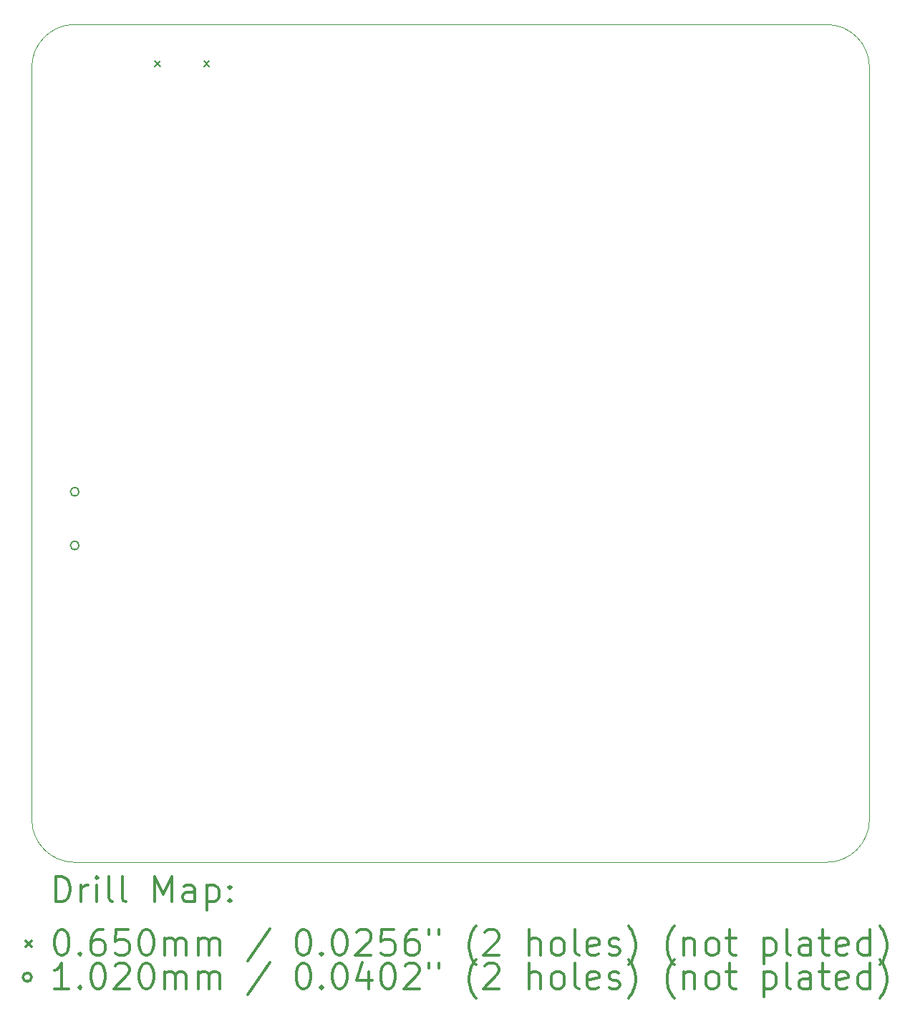
<source format=gbr>
%FSLAX45Y45*%
G04 Gerber Fmt 4.5, Leading zero omitted, Abs format (unit mm)*
G04 Created by KiCad (PCBNEW (5.1.10)-1) date 2021-10-03 21:42:48*
%MOMM*%
%LPD*%
G01*
G04 APERTURE LIST*
%TA.AperFunction,Profile*%
%ADD10C,0.050000*%
%TD*%
%ADD11C,0.200000*%
%ADD12C,0.300000*%
G04 APERTURE END LIST*
D10*
X11430000Y-10922000D02*
G75*
G02*
X10922000Y-11430000I-508000J0D01*
G01*
X2032000Y-11430000D02*
G75*
G02*
X1524000Y-10922000I0J508000D01*
G01*
X1524000Y-2032000D02*
G75*
G02*
X2032000Y-1524000I508000J0D01*
G01*
X10922000Y-1524000D02*
G75*
G02*
X11430000Y-2032000I0J-508000D01*
G01*
X11430000Y-10922000D02*
X11430000Y-2032000D01*
X2032000Y-1524000D02*
X10922000Y-1524000D01*
X1524000Y-2032000D02*
X1524000Y-10922000D01*
X2032000Y-11430000D02*
X10922000Y-11430000D01*
D11*
X2980500Y-1955000D02*
X3045500Y-2020000D01*
X3045500Y-1955000D02*
X2980500Y-2020000D01*
X3558500Y-1955000D02*
X3623500Y-2020000D01*
X3623500Y-1955000D02*
X3558500Y-2020000D01*
X2083000Y-7048500D02*
G75*
G03*
X2083000Y-7048500I-51000J0D01*
G01*
X2083000Y-7683500D02*
G75*
G03*
X2083000Y-7683500I-51000J0D01*
G01*
D12*
X1807928Y-11898214D02*
X1807928Y-11598214D01*
X1879357Y-11598214D01*
X1922214Y-11612500D01*
X1950786Y-11641071D01*
X1965071Y-11669643D01*
X1979357Y-11726786D01*
X1979357Y-11769643D01*
X1965071Y-11826786D01*
X1950786Y-11855357D01*
X1922214Y-11883929D01*
X1879357Y-11898214D01*
X1807928Y-11898214D01*
X2107928Y-11898214D02*
X2107928Y-11698214D01*
X2107928Y-11755357D02*
X2122214Y-11726786D01*
X2136500Y-11712500D01*
X2165071Y-11698214D01*
X2193643Y-11698214D01*
X2293643Y-11898214D02*
X2293643Y-11698214D01*
X2293643Y-11598214D02*
X2279357Y-11612500D01*
X2293643Y-11626786D01*
X2307928Y-11612500D01*
X2293643Y-11598214D01*
X2293643Y-11626786D01*
X2479357Y-11898214D02*
X2450786Y-11883929D01*
X2436500Y-11855357D01*
X2436500Y-11598214D01*
X2636500Y-11898214D02*
X2607928Y-11883929D01*
X2593643Y-11855357D01*
X2593643Y-11598214D01*
X2979357Y-11898214D02*
X2979357Y-11598214D01*
X3079357Y-11812500D01*
X3179357Y-11598214D01*
X3179357Y-11898214D01*
X3450786Y-11898214D02*
X3450786Y-11741071D01*
X3436500Y-11712500D01*
X3407928Y-11698214D01*
X3350786Y-11698214D01*
X3322214Y-11712500D01*
X3450786Y-11883929D02*
X3422214Y-11898214D01*
X3350786Y-11898214D01*
X3322214Y-11883929D01*
X3307928Y-11855357D01*
X3307928Y-11826786D01*
X3322214Y-11798214D01*
X3350786Y-11783929D01*
X3422214Y-11783929D01*
X3450786Y-11769643D01*
X3593643Y-11698214D02*
X3593643Y-11998214D01*
X3593643Y-11712500D02*
X3622214Y-11698214D01*
X3679357Y-11698214D01*
X3707928Y-11712500D01*
X3722214Y-11726786D01*
X3736500Y-11755357D01*
X3736500Y-11841071D01*
X3722214Y-11869643D01*
X3707928Y-11883929D01*
X3679357Y-11898214D01*
X3622214Y-11898214D01*
X3593643Y-11883929D01*
X3865071Y-11869643D02*
X3879357Y-11883929D01*
X3865071Y-11898214D01*
X3850786Y-11883929D01*
X3865071Y-11869643D01*
X3865071Y-11898214D01*
X3865071Y-11712500D02*
X3879357Y-11726786D01*
X3865071Y-11741071D01*
X3850786Y-11726786D01*
X3865071Y-11712500D01*
X3865071Y-11741071D01*
X1456500Y-12360000D02*
X1521500Y-12425000D01*
X1521500Y-12360000D02*
X1456500Y-12425000D01*
X1865071Y-12228214D02*
X1893643Y-12228214D01*
X1922214Y-12242500D01*
X1936500Y-12256786D01*
X1950786Y-12285357D01*
X1965071Y-12342500D01*
X1965071Y-12413929D01*
X1950786Y-12471071D01*
X1936500Y-12499643D01*
X1922214Y-12513929D01*
X1893643Y-12528214D01*
X1865071Y-12528214D01*
X1836500Y-12513929D01*
X1822214Y-12499643D01*
X1807928Y-12471071D01*
X1793643Y-12413929D01*
X1793643Y-12342500D01*
X1807928Y-12285357D01*
X1822214Y-12256786D01*
X1836500Y-12242500D01*
X1865071Y-12228214D01*
X2093643Y-12499643D02*
X2107928Y-12513929D01*
X2093643Y-12528214D01*
X2079357Y-12513929D01*
X2093643Y-12499643D01*
X2093643Y-12528214D01*
X2365071Y-12228214D02*
X2307928Y-12228214D01*
X2279357Y-12242500D01*
X2265071Y-12256786D01*
X2236500Y-12299643D01*
X2222214Y-12356786D01*
X2222214Y-12471071D01*
X2236500Y-12499643D01*
X2250786Y-12513929D01*
X2279357Y-12528214D01*
X2336500Y-12528214D01*
X2365071Y-12513929D01*
X2379357Y-12499643D01*
X2393643Y-12471071D01*
X2393643Y-12399643D01*
X2379357Y-12371071D01*
X2365071Y-12356786D01*
X2336500Y-12342500D01*
X2279357Y-12342500D01*
X2250786Y-12356786D01*
X2236500Y-12371071D01*
X2222214Y-12399643D01*
X2665071Y-12228214D02*
X2522214Y-12228214D01*
X2507928Y-12371071D01*
X2522214Y-12356786D01*
X2550786Y-12342500D01*
X2622214Y-12342500D01*
X2650786Y-12356786D01*
X2665071Y-12371071D01*
X2679357Y-12399643D01*
X2679357Y-12471071D01*
X2665071Y-12499643D01*
X2650786Y-12513929D01*
X2622214Y-12528214D01*
X2550786Y-12528214D01*
X2522214Y-12513929D01*
X2507928Y-12499643D01*
X2865071Y-12228214D02*
X2893643Y-12228214D01*
X2922214Y-12242500D01*
X2936500Y-12256786D01*
X2950786Y-12285357D01*
X2965071Y-12342500D01*
X2965071Y-12413929D01*
X2950786Y-12471071D01*
X2936500Y-12499643D01*
X2922214Y-12513929D01*
X2893643Y-12528214D01*
X2865071Y-12528214D01*
X2836500Y-12513929D01*
X2822214Y-12499643D01*
X2807928Y-12471071D01*
X2793643Y-12413929D01*
X2793643Y-12342500D01*
X2807928Y-12285357D01*
X2822214Y-12256786D01*
X2836500Y-12242500D01*
X2865071Y-12228214D01*
X3093643Y-12528214D02*
X3093643Y-12328214D01*
X3093643Y-12356786D02*
X3107928Y-12342500D01*
X3136500Y-12328214D01*
X3179357Y-12328214D01*
X3207928Y-12342500D01*
X3222214Y-12371071D01*
X3222214Y-12528214D01*
X3222214Y-12371071D02*
X3236500Y-12342500D01*
X3265071Y-12328214D01*
X3307928Y-12328214D01*
X3336500Y-12342500D01*
X3350786Y-12371071D01*
X3350786Y-12528214D01*
X3493643Y-12528214D02*
X3493643Y-12328214D01*
X3493643Y-12356786D02*
X3507928Y-12342500D01*
X3536500Y-12328214D01*
X3579357Y-12328214D01*
X3607928Y-12342500D01*
X3622214Y-12371071D01*
X3622214Y-12528214D01*
X3622214Y-12371071D02*
X3636500Y-12342500D01*
X3665071Y-12328214D01*
X3707928Y-12328214D01*
X3736500Y-12342500D01*
X3750786Y-12371071D01*
X3750786Y-12528214D01*
X4336500Y-12213929D02*
X4079357Y-12599643D01*
X4722214Y-12228214D02*
X4750786Y-12228214D01*
X4779357Y-12242500D01*
X4793643Y-12256786D01*
X4807928Y-12285357D01*
X4822214Y-12342500D01*
X4822214Y-12413929D01*
X4807928Y-12471071D01*
X4793643Y-12499643D01*
X4779357Y-12513929D01*
X4750786Y-12528214D01*
X4722214Y-12528214D01*
X4693643Y-12513929D01*
X4679357Y-12499643D01*
X4665071Y-12471071D01*
X4650786Y-12413929D01*
X4650786Y-12342500D01*
X4665071Y-12285357D01*
X4679357Y-12256786D01*
X4693643Y-12242500D01*
X4722214Y-12228214D01*
X4950786Y-12499643D02*
X4965071Y-12513929D01*
X4950786Y-12528214D01*
X4936500Y-12513929D01*
X4950786Y-12499643D01*
X4950786Y-12528214D01*
X5150786Y-12228214D02*
X5179357Y-12228214D01*
X5207928Y-12242500D01*
X5222214Y-12256786D01*
X5236500Y-12285357D01*
X5250786Y-12342500D01*
X5250786Y-12413929D01*
X5236500Y-12471071D01*
X5222214Y-12499643D01*
X5207928Y-12513929D01*
X5179357Y-12528214D01*
X5150786Y-12528214D01*
X5122214Y-12513929D01*
X5107928Y-12499643D01*
X5093643Y-12471071D01*
X5079357Y-12413929D01*
X5079357Y-12342500D01*
X5093643Y-12285357D01*
X5107928Y-12256786D01*
X5122214Y-12242500D01*
X5150786Y-12228214D01*
X5365071Y-12256786D02*
X5379357Y-12242500D01*
X5407928Y-12228214D01*
X5479357Y-12228214D01*
X5507928Y-12242500D01*
X5522214Y-12256786D01*
X5536500Y-12285357D01*
X5536500Y-12313929D01*
X5522214Y-12356786D01*
X5350786Y-12528214D01*
X5536500Y-12528214D01*
X5807928Y-12228214D02*
X5665071Y-12228214D01*
X5650786Y-12371071D01*
X5665071Y-12356786D01*
X5693643Y-12342500D01*
X5765071Y-12342500D01*
X5793643Y-12356786D01*
X5807928Y-12371071D01*
X5822214Y-12399643D01*
X5822214Y-12471071D01*
X5807928Y-12499643D01*
X5793643Y-12513929D01*
X5765071Y-12528214D01*
X5693643Y-12528214D01*
X5665071Y-12513929D01*
X5650786Y-12499643D01*
X6079357Y-12228214D02*
X6022214Y-12228214D01*
X5993643Y-12242500D01*
X5979357Y-12256786D01*
X5950786Y-12299643D01*
X5936500Y-12356786D01*
X5936500Y-12471071D01*
X5950786Y-12499643D01*
X5965071Y-12513929D01*
X5993643Y-12528214D01*
X6050786Y-12528214D01*
X6079357Y-12513929D01*
X6093643Y-12499643D01*
X6107928Y-12471071D01*
X6107928Y-12399643D01*
X6093643Y-12371071D01*
X6079357Y-12356786D01*
X6050786Y-12342500D01*
X5993643Y-12342500D01*
X5965071Y-12356786D01*
X5950786Y-12371071D01*
X5936500Y-12399643D01*
X6222214Y-12228214D02*
X6222214Y-12285357D01*
X6336500Y-12228214D02*
X6336500Y-12285357D01*
X6779357Y-12642500D02*
X6765071Y-12628214D01*
X6736500Y-12585357D01*
X6722214Y-12556786D01*
X6707928Y-12513929D01*
X6693643Y-12442500D01*
X6693643Y-12385357D01*
X6707928Y-12313929D01*
X6722214Y-12271071D01*
X6736500Y-12242500D01*
X6765071Y-12199643D01*
X6779357Y-12185357D01*
X6879357Y-12256786D02*
X6893643Y-12242500D01*
X6922214Y-12228214D01*
X6993643Y-12228214D01*
X7022214Y-12242500D01*
X7036500Y-12256786D01*
X7050786Y-12285357D01*
X7050786Y-12313929D01*
X7036500Y-12356786D01*
X6865071Y-12528214D01*
X7050786Y-12528214D01*
X7407928Y-12528214D02*
X7407928Y-12228214D01*
X7536500Y-12528214D02*
X7536500Y-12371071D01*
X7522214Y-12342500D01*
X7493643Y-12328214D01*
X7450786Y-12328214D01*
X7422214Y-12342500D01*
X7407928Y-12356786D01*
X7722214Y-12528214D02*
X7693643Y-12513929D01*
X7679357Y-12499643D01*
X7665071Y-12471071D01*
X7665071Y-12385357D01*
X7679357Y-12356786D01*
X7693643Y-12342500D01*
X7722214Y-12328214D01*
X7765071Y-12328214D01*
X7793643Y-12342500D01*
X7807928Y-12356786D01*
X7822214Y-12385357D01*
X7822214Y-12471071D01*
X7807928Y-12499643D01*
X7793643Y-12513929D01*
X7765071Y-12528214D01*
X7722214Y-12528214D01*
X7993643Y-12528214D02*
X7965071Y-12513929D01*
X7950786Y-12485357D01*
X7950786Y-12228214D01*
X8222214Y-12513929D02*
X8193643Y-12528214D01*
X8136500Y-12528214D01*
X8107928Y-12513929D01*
X8093643Y-12485357D01*
X8093643Y-12371071D01*
X8107928Y-12342500D01*
X8136500Y-12328214D01*
X8193643Y-12328214D01*
X8222214Y-12342500D01*
X8236500Y-12371071D01*
X8236500Y-12399643D01*
X8093643Y-12428214D01*
X8350786Y-12513929D02*
X8379357Y-12528214D01*
X8436500Y-12528214D01*
X8465071Y-12513929D01*
X8479357Y-12485357D01*
X8479357Y-12471071D01*
X8465071Y-12442500D01*
X8436500Y-12428214D01*
X8393643Y-12428214D01*
X8365071Y-12413929D01*
X8350786Y-12385357D01*
X8350786Y-12371071D01*
X8365071Y-12342500D01*
X8393643Y-12328214D01*
X8436500Y-12328214D01*
X8465071Y-12342500D01*
X8579357Y-12642500D02*
X8593643Y-12628214D01*
X8622214Y-12585357D01*
X8636500Y-12556786D01*
X8650786Y-12513929D01*
X8665071Y-12442500D01*
X8665071Y-12385357D01*
X8650786Y-12313929D01*
X8636500Y-12271071D01*
X8622214Y-12242500D01*
X8593643Y-12199643D01*
X8579357Y-12185357D01*
X9122214Y-12642500D02*
X9107928Y-12628214D01*
X9079357Y-12585357D01*
X9065071Y-12556786D01*
X9050786Y-12513929D01*
X9036500Y-12442500D01*
X9036500Y-12385357D01*
X9050786Y-12313929D01*
X9065071Y-12271071D01*
X9079357Y-12242500D01*
X9107928Y-12199643D01*
X9122214Y-12185357D01*
X9236500Y-12328214D02*
X9236500Y-12528214D01*
X9236500Y-12356786D02*
X9250786Y-12342500D01*
X9279357Y-12328214D01*
X9322214Y-12328214D01*
X9350786Y-12342500D01*
X9365071Y-12371071D01*
X9365071Y-12528214D01*
X9550786Y-12528214D02*
X9522214Y-12513929D01*
X9507928Y-12499643D01*
X9493643Y-12471071D01*
X9493643Y-12385357D01*
X9507928Y-12356786D01*
X9522214Y-12342500D01*
X9550786Y-12328214D01*
X9593643Y-12328214D01*
X9622214Y-12342500D01*
X9636500Y-12356786D01*
X9650786Y-12385357D01*
X9650786Y-12471071D01*
X9636500Y-12499643D01*
X9622214Y-12513929D01*
X9593643Y-12528214D01*
X9550786Y-12528214D01*
X9736500Y-12328214D02*
X9850786Y-12328214D01*
X9779357Y-12228214D02*
X9779357Y-12485357D01*
X9793643Y-12513929D01*
X9822214Y-12528214D01*
X9850786Y-12528214D01*
X10179357Y-12328214D02*
X10179357Y-12628214D01*
X10179357Y-12342500D02*
X10207928Y-12328214D01*
X10265071Y-12328214D01*
X10293643Y-12342500D01*
X10307928Y-12356786D01*
X10322214Y-12385357D01*
X10322214Y-12471071D01*
X10307928Y-12499643D01*
X10293643Y-12513929D01*
X10265071Y-12528214D01*
X10207928Y-12528214D01*
X10179357Y-12513929D01*
X10493643Y-12528214D02*
X10465071Y-12513929D01*
X10450786Y-12485357D01*
X10450786Y-12228214D01*
X10736500Y-12528214D02*
X10736500Y-12371071D01*
X10722214Y-12342500D01*
X10693643Y-12328214D01*
X10636500Y-12328214D01*
X10607928Y-12342500D01*
X10736500Y-12513929D02*
X10707928Y-12528214D01*
X10636500Y-12528214D01*
X10607928Y-12513929D01*
X10593643Y-12485357D01*
X10593643Y-12456786D01*
X10607928Y-12428214D01*
X10636500Y-12413929D01*
X10707928Y-12413929D01*
X10736500Y-12399643D01*
X10836500Y-12328214D02*
X10950786Y-12328214D01*
X10879357Y-12228214D02*
X10879357Y-12485357D01*
X10893643Y-12513929D01*
X10922214Y-12528214D01*
X10950786Y-12528214D01*
X11165071Y-12513929D02*
X11136500Y-12528214D01*
X11079357Y-12528214D01*
X11050786Y-12513929D01*
X11036500Y-12485357D01*
X11036500Y-12371071D01*
X11050786Y-12342500D01*
X11079357Y-12328214D01*
X11136500Y-12328214D01*
X11165071Y-12342500D01*
X11179357Y-12371071D01*
X11179357Y-12399643D01*
X11036500Y-12428214D01*
X11436500Y-12528214D02*
X11436500Y-12228214D01*
X11436500Y-12513929D02*
X11407928Y-12528214D01*
X11350786Y-12528214D01*
X11322214Y-12513929D01*
X11307928Y-12499643D01*
X11293643Y-12471071D01*
X11293643Y-12385357D01*
X11307928Y-12356786D01*
X11322214Y-12342500D01*
X11350786Y-12328214D01*
X11407928Y-12328214D01*
X11436500Y-12342500D01*
X11550786Y-12642500D02*
X11565071Y-12628214D01*
X11593643Y-12585357D01*
X11607928Y-12556786D01*
X11622214Y-12513929D01*
X11636500Y-12442500D01*
X11636500Y-12385357D01*
X11622214Y-12313929D01*
X11607928Y-12271071D01*
X11593643Y-12242500D01*
X11565071Y-12199643D01*
X11550786Y-12185357D01*
X1521500Y-12788500D02*
G75*
G03*
X1521500Y-12788500I-51000J0D01*
G01*
X1965071Y-12924214D02*
X1793643Y-12924214D01*
X1879357Y-12924214D02*
X1879357Y-12624214D01*
X1850786Y-12667071D01*
X1822214Y-12695643D01*
X1793643Y-12709929D01*
X2093643Y-12895643D02*
X2107928Y-12909929D01*
X2093643Y-12924214D01*
X2079357Y-12909929D01*
X2093643Y-12895643D01*
X2093643Y-12924214D01*
X2293643Y-12624214D02*
X2322214Y-12624214D01*
X2350786Y-12638500D01*
X2365071Y-12652786D01*
X2379357Y-12681357D01*
X2393643Y-12738500D01*
X2393643Y-12809929D01*
X2379357Y-12867071D01*
X2365071Y-12895643D01*
X2350786Y-12909929D01*
X2322214Y-12924214D01*
X2293643Y-12924214D01*
X2265071Y-12909929D01*
X2250786Y-12895643D01*
X2236500Y-12867071D01*
X2222214Y-12809929D01*
X2222214Y-12738500D01*
X2236500Y-12681357D01*
X2250786Y-12652786D01*
X2265071Y-12638500D01*
X2293643Y-12624214D01*
X2507928Y-12652786D02*
X2522214Y-12638500D01*
X2550786Y-12624214D01*
X2622214Y-12624214D01*
X2650786Y-12638500D01*
X2665071Y-12652786D01*
X2679357Y-12681357D01*
X2679357Y-12709929D01*
X2665071Y-12752786D01*
X2493643Y-12924214D01*
X2679357Y-12924214D01*
X2865071Y-12624214D02*
X2893643Y-12624214D01*
X2922214Y-12638500D01*
X2936500Y-12652786D01*
X2950786Y-12681357D01*
X2965071Y-12738500D01*
X2965071Y-12809929D01*
X2950786Y-12867071D01*
X2936500Y-12895643D01*
X2922214Y-12909929D01*
X2893643Y-12924214D01*
X2865071Y-12924214D01*
X2836500Y-12909929D01*
X2822214Y-12895643D01*
X2807928Y-12867071D01*
X2793643Y-12809929D01*
X2793643Y-12738500D01*
X2807928Y-12681357D01*
X2822214Y-12652786D01*
X2836500Y-12638500D01*
X2865071Y-12624214D01*
X3093643Y-12924214D02*
X3093643Y-12724214D01*
X3093643Y-12752786D02*
X3107928Y-12738500D01*
X3136500Y-12724214D01*
X3179357Y-12724214D01*
X3207928Y-12738500D01*
X3222214Y-12767071D01*
X3222214Y-12924214D01*
X3222214Y-12767071D02*
X3236500Y-12738500D01*
X3265071Y-12724214D01*
X3307928Y-12724214D01*
X3336500Y-12738500D01*
X3350786Y-12767071D01*
X3350786Y-12924214D01*
X3493643Y-12924214D02*
X3493643Y-12724214D01*
X3493643Y-12752786D02*
X3507928Y-12738500D01*
X3536500Y-12724214D01*
X3579357Y-12724214D01*
X3607928Y-12738500D01*
X3622214Y-12767071D01*
X3622214Y-12924214D01*
X3622214Y-12767071D02*
X3636500Y-12738500D01*
X3665071Y-12724214D01*
X3707928Y-12724214D01*
X3736500Y-12738500D01*
X3750786Y-12767071D01*
X3750786Y-12924214D01*
X4336500Y-12609929D02*
X4079357Y-12995643D01*
X4722214Y-12624214D02*
X4750786Y-12624214D01*
X4779357Y-12638500D01*
X4793643Y-12652786D01*
X4807928Y-12681357D01*
X4822214Y-12738500D01*
X4822214Y-12809929D01*
X4807928Y-12867071D01*
X4793643Y-12895643D01*
X4779357Y-12909929D01*
X4750786Y-12924214D01*
X4722214Y-12924214D01*
X4693643Y-12909929D01*
X4679357Y-12895643D01*
X4665071Y-12867071D01*
X4650786Y-12809929D01*
X4650786Y-12738500D01*
X4665071Y-12681357D01*
X4679357Y-12652786D01*
X4693643Y-12638500D01*
X4722214Y-12624214D01*
X4950786Y-12895643D02*
X4965071Y-12909929D01*
X4950786Y-12924214D01*
X4936500Y-12909929D01*
X4950786Y-12895643D01*
X4950786Y-12924214D01*
X5150786Y-12624214D02*
X5179357Y-12624214D01*
X5207928Y-12638500D01*
X5222214Y-12652786D01*
X5236500Y-12681357D01*
X5250786Y-12738500D01*
X5250786Y-12809929D01*
X5236500Y-12867071D01*
X5222214Y-12895643D01*
X5207928Y-12909929D01*
X5179357Y-12924214D01*
X5150786Y-12924214D01*
X5122214Y-12909929D01*
X5107928Y-12895643D01*
X5093643Y-12867071D01*
X5079357Y-12809929D01*
X5079357Y-12738500D01*
X5093643Y-12681357D01*
X5107928Y-12652786D01*
X5122214Y-12638500D01*
X5150786Y-12624214D01*
X5507928Y-12724214D02*
X5507928Y-12924214D01*
X5436500Y-12609929D02*
X5365071Y-12824214D01*
X5550786Y-12824214D01*
X5722214Y-12624214D02*
X5750786Y-12624214D01*
X5779357Y-12638500D01*
X5793643Y-12652786D01*
X5807928Y-12681357D01*
X5822214Y-12738500D01*
X5822214Y-12809929D01*
X5807928Y-12867071D01*
X5793643Y-12895643D01*
X5779357Y-12909929D01*
X5750786Y-12924214D01*
X5722214Y-12924214D01*
X5693643Y-12909929D01*
X5679357Y-12895643D01*
X5665071Y-12867071D01*
X5650786Y-12809929D01*
X5650786Y-12738500D01*
X5665071Y-12681357D01*
X5679357Y-12652786D01*
X5693643Y-12638500D01*
X5722214Y-12624214D01*
X5936500Y-12652786D02*
X5950786Y-12638500D01*
X5979357Y-12624214D01*
X6050786Y-12624214D01*
X6079357Y-12638500D01*
X6093643Y-12652786D01*
X6107928Y-12681357D01*
X6107928Y-12709929D01*
X6093643Y-12752786D01*
X5922214Y-12924214D01*
X6107928Y-12924214D01*
X6222214Y-12624214D02*
X6222214Y-12681357D01*
X6336500Y-12624214D02*
X6336500Y-12681357D01*
X6779357Y-13038500D02*
X6765071Y-13024214D01*
X6736500Y-12981357D01*
X6722214Y-12952786D01*
X6707928Y-12909929D01*
X6693643Y-12838500D01*
X6693643Y-12781357D01*
X6707928Y-12709929D01*
X6722214Y-12667071D01*
X6736500Y-12638500D01*
X6765071Y-12595643D01*
X6779357Y-12581357D01*
X6879357Y-12652786D02*
X6893643Y-12638500D01*
X6922214Y-12624214D01*
X6993643Y-12624214D01*
X7022214Y-12638500D01*
X7036500Y-12652786D01*
X7050786Y-12681357D01*
X7050786Y-12709929D01*
X7036500Y-12752786D01*
X6865071Y-12924214D01*
X7050786Y-12924214D01*
X7407928Y-12924214D02*
X7407928Y-12624214D01*
X7536500Y-12924214D02*
X7536500Y-12767071D01*
X7522214Y-12738500D01*
X7493643Y-12724214D01*
X7450786Y-12724214D01*
X7422214Y-12738500D01*
X7407928Y-12752786D01*
X7722214Y-12924214D02*
X7693643Y-12909929D01*
X7679357Y-12895643D01*
X7665071Y-12867071D01*
X7665071Y-12781357D01*
X7679357Y-12752786D01*
X7693643Y-12738500D01*
X7722214Y-12724214D01*
X7765071Y-12724214D01*
X7793643Y-12738500D01*
X7807928Y-12752786D01*
X7822214Y-12781357D01*
X7822214Y-12867071D01*
X7807928Y-12895643D01*
X7793643Y-12909929D01*
X7765071Y-12924214D01*
X7722214Y-12924214D01*
X7993643Y-12924214D02*
X7965071Y-12909929D01*
X7950786Y-12881357D01*
X7950786Y-12624214D01*
X8222214Y-12909929D02*
X8193643Y-12924214D01*
X8136500Y-12924214D01*
X8107928Y-12909929D01*
X8093643Y-12881357D01*
X8093643Y-12767071D01*
X8107928Y-12738500D01*
X8136500Y-12724214D01*
X8193643Y-12724214D01*
X8222214Y-12738500D01*
X8236500Y-12767071D01*
X8236500Y-12795643D01*
X8093643Y-12824214D01*
X8350786Y-12909929D02*
X8379357Y-12924214D01*
X8436500Y-12924214D01*
X8465071Y-12909929D01*
X8479357Y-12881357D01*
X8479357Y-12867071D01*
X8465071Y-12838500D01*
X8436500Y-12824214D01*
X8393643Y-12824214D01*
X8365071Y-12809929D01*
X8350786Y-12781357D01*
X8350786Y-12767071D01*
X8365071Y-12738500D01*
X8393643Y-12724214D01*
X8436500Y-12724214D01*
X8465071Y-12738500D01*
X8579357Y-13038500D02*
X8593643Y-13024214D01*
X8622214Y-12981357D01*
X8636500Y-12952786D01*
X8650786Y-12909929D01*
X8665071Y-12838500D01*
X8665071Y-12781357D01*
X8650786Y-12709929D01*
X8636500Y-12667071D01*
X8622214Y-12638500D01*
X8593643Y-12595643D01*
X8579357Y-12581357D01*
X9122214Y-13038500D02*
X9107928Y-13024214D01*
X9079357Y-12981357D01*
X9065071Y-12952786D01*
X9050786Y-12909929D01*
X9036500Y-12838500D01*
X9036500Y-12781357D01*
X9050786Y-12709929D01*
X9065071Y-12667071D01*
X9079357Y-12638500D01*
X9107928Y-12595643D01*
X9122214Y-12581357D01*
X9236500Y-12724214D02*
X9236500Y-12924214D01*
X9236500Y-12752786D02*
X9250786Y-12738500D01*
X9279357Y-12724214D01*
X9322214Y-12724214D01*
X9350786Y-12738500D01*
X9365071Y-12767071D01*
X9365071Y-12924214D01*
X9550786Y-12924214D02*
X9522214Y-12909929D01*
X9507928Y-12895643D01*
X9493643Y-12867071D01*
X9493643Y-12781357D01*
X9507928Y-12752786D01*
X9522214Y-12738500D01*
X9550786Y-12724214D01*
X9593643Y-12724214D01*
X9622214Y-12738500D01*
X9636500Y-12752786D01*
X9650786Y-12781357D01*
X9650786Y-12867071D01*
X9636500Y-12895643D01*
X9622214Y-12909929D01*
X9593643Y-12924214D01*
X9550786Y-12924214D01*
X9736500Y-12724214D02*
X9850786Y-12724214D01*
X9779357Y-12624214D02*
X9779357Y-12881357D01*
X9793643Y-12909929D01*
X9822214Y-12924214D01*
X9850786Y-12924214D01*
X10179357Y-12724214D02*
X10179357Y-13024214D01*
X10179357Y-12738500D02*
X10207928Y-12724214D01*
X10265071Y-12724214D01*
X10293643Y-12738500D01*
X10307928Y-12752786D01*
X10322214Y-12781357D01*
X10322214Y-12867071D01*
X10307928Y-12895643D01*
X10293643Y-12909929D01*
X10265071Y-12924214D01*
X10207928Y-12924214D01*
X10179357Y-12909929D01*
X10493643Y-12924214D02*
X10465071Y-12909929D01*
X10450786Y-12881357D01*
X10450786Y-12624214D01*
X10736500Y-12924214D02*
X10736500Y-12767071D01*
X10722214Y-12738500D01*
X10693643Y-12724214D01*
X10636500Y-12724214D01*
X10607928Y-12738500D01*
X10736500Y-12909929D02*
X10707928Y-12924214D01*
X10636500Y-12924214D01*
X10607928Y-12909929D01*
X10593643Y-12881357D01*
X10593643Y-12852786D01*
X10607928Y-12824214D01*
X10636500Y-12809929D01*
X10707928Y-12809929D01*
X10736500Y-12795643D01*
X10836500Y-12724214D02*
X10950786Y-12724214D01*
X10879357Y-12624214D02*
X10879357Y-12881357D01*
X10893643Y-12909929D01*
X10922214Y-12924214D01*
X10950786Y-12924214D01*
X11165071Y-12909929D02*
X11136500Y-12924214D01*
X11079357Y-12924214D01*
X11050786Y-12909929D01*
X11036500Y-12881357D01*
X11036500Y-12767071D01*
X11050786Y-12738500D01*
X11079357Y-12724214D01*
X11136500Y-12724214D01*
X11165071Y-12738500D01*
X11179357Y-12767071D01*
X11179357Y-12795643D01*
X11036500Y-12824214D01*
X11436500Y-12924214D02*
X11436500Y-12624214D01*
X11436500Y-12909929D02*
X11407928Y-12924214D01*
X11350786Y-12924214D01*
X11322214Y-12909929D01*
X11307928Y-12895643D01*
X11293643Y-12867071D01*
X11293643Y-12781357D01*
X11307928Y-12752786D01*
X11322214Y-12738500D01*
X11350786Y-12724214D01*
X11407928Y-12724214D01*
X11436500Y-12738500D01*
X11550786Y-13038500D02*
X11565071Y-13024214D01*
X11593643Y-12981357D01*
X11607928Y-12952786D01*
X11622214Y-12909929D01*
X11636500Y-12838500D01*
X11636500Y-12781357D01*
X11622214Y-12709929D01*
X11607928Y-12667071D01*
X11593643Y-12638500D01*
X11565071Y-12595643D01*
X11550786Y-12581357D01*
M02*

</source>
